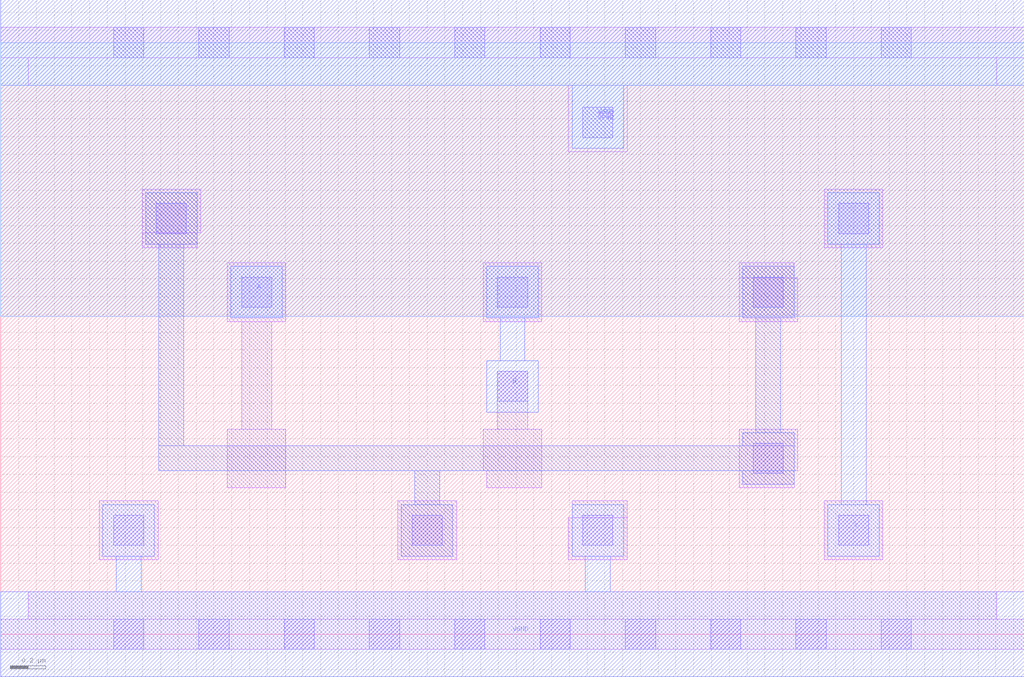
<source format=lef>
VERSION 5.7 ;
  NOWIREEXTENSIONATPIN ON ;
  DIVIDERCHAR "/" ;
  BUSBITCHARS "[]" ;
MACRO OR2X1
  CLASS CORE ;
  FOREIGN OR2X1 ;
  ORIGIN 0.000 0.000 ;
  SIZE 5.760 BY 3.330 ;
  SYMMETRY X Y ;
  SITE unit ;
  PIN A
    ANTENNAGATEAREA 0.189000 ;
    PORT
      LAYER met1 ;
        RECT 1.295 1.780 1.585 2.070 ;
    END
  END A
  PIN B
    ANTENNAGATEAREA 0.189000 ;
    PORT
      LAYER met1 ;
        RECT 2.735 1.780 3.025 2.070 ;
        RECT 2.810 1.540 2.950 1.780 ;
        RECT 2.735 1.250 3.025 1.540 ;
    END
  END B
  PIN VGND
    ANTENNADIFFAREA 0.914200 ;
    PORT
      LAYER met1 ;
        RECT 0.575 0.440 0.865 0.730 ;
        RECT 3.215 0.440 3.505 0.730 ;
        RECT 0.650 0.240 0.790 0.440 ;
        RECT 3.290 0.240 3.430 0.440 ;
        RECT 0.000 -0.240 5.760 0.240 ;
    END
    PORT
      LAYER met1 ;
        RECT 0.000 3.090 5.760 3.570 ;
        RECT 3.215 2.735 3.505 3.090 ;
    END
  END VGND
  PIN VPWR
    ANTENNADIFFAREA 1.083600 ;
    PORT
      LAYER li1 ;
        RECT 0.000 3.245 5.760 3.415 ;
        RECT 0.155 3.090 5.605 3.245 ;
        RECT 3.195 2.715 3.525 3.090 ;
      LAYER mcon ;
        RECT 0.635 3.245 0.805 3.415 ;
        RECT 1.115 3.245 1.285 3.415 ;
        RECT 1.595 3.245 1.765 3.415 ;
        RECT 2.075 3.245 2.245 3.415 ;
        RECT 2.555 3.245 2.725 3.415 ;
        RECT 3.035 3.245 3.205 3.415 ;
        RECT 3.515 3.245 3.685 3.415 ;
        RECT 3.995 3.245 4.165 3.415 ;
        RECT 4.475 3.245 4.645 3.415 ;
        RECT 4.955 3.245 5.125 3.415 ;
        RECT 3.275 2.795 3.445 2.965 ;
    END
  END VPWR
  PIN Y
    ANTENNADIFFAREA 1.031650 ;
    PORT
      LAYER met1 ;
        RECT 4.655 2.195 4.945 2.485 ;
        RECT 4.730 0.730 4.870 2.195 ;
        RECT 4.655 0.440 4.945 0.730 ;
    END
  END Y
  OBS
      LAYER nwell ;
        RECT 0.000 1.790 5.760 3.330 ;
      LAYER li1 ;
        RECT 0.795 2.260 1.125 2.505 ;
        RECT 0.795 2.175 1.105 2.260 ;
        RECT 4.635 2.175 4.965 2.505 ;
        RECT 1.275 1.760 1.605 2.090 ;
        RECT 2.715 1.760 3.045 2.090 ;
        RECT 4.155 2.005 4.465 2.090 ;
        RECT 4.155 1.760 4.485 2.005 ;
        RECT 1.355 1.155 1.525 1.760 ;
        RECT 2.795 1.155 2.965 1.480 ;
        RECT 1.275 0.825 1.605 1.155 ;
        RECT 2.715 0.920 3.045 1.155 ;
        RECT 2.735 0.825 3.045 0.920 ;
        RECT 4.155 0.920 4.485 1.155 ;
        RECT 4.155 0.825 4.465 0.920 ;
        RECT 0.555 0.420 0.885 0.750 ;
        RECT 2.235 0.420 2.565 0.750 ;
        RECT 3.215 0.655 3.525 0.750 ;
        RECT 3.195 0.420 3.525 0.655 ;
        RECT 4.635 0.420 4.965 0.750 ;
        RECT 0.155 0.085 5.605 0.240 ;
        RECT 0.000 -0.085 5.760 0.085 ;
      LAYER mcon ;
        RECT 0.875 2.255 1.045 2.425 ;
        RECT 4.715 2.255 4.885 2.425 ;
        RECT 1.355 1.840 1.525 2.010 ;
        RECT 2.795 1.840 2.965 2.010 ;
        RECT 4.235 1.840 4.405 2.010 ;
        RECT 2.795 1.310 2.965 1.480 ;
        RECT 4.235 0.905 4.405 1.075 ;
        RECT 0.635 0.500 0.805 0.670 ;
        RECT 2.315 0.500 2.485 0.670 ;
        RECT 3.275 0.500 3.445 0.670 ;
        RECT 4.715 0.500 4.885 0.670 ;
        RECT 0.635 -0.085 0.805 0.085 ;
        RECT 1.115 -0.085 1.285 0.085 ;
        RECT 1.595 -0.085 1.765 0.085 ;
        RECT 2.075 -0.085 2.245 0.085 ;
        RECT 2.555 -0.085 2.725 0.085 ;
        RECT 3.035 -0.085 3.205 0.085 ;
        RECT 3.515 -0.085 3.685 0.085 ;
        RECT 3.995 -0.085 4.165 0.085 ;
        RECT 4.475 -0.085 4.645 0.085 ;
        RECT 4.955 -0.085 5.125 0.085 ;
      LAYER met1 ;
        RECT 0.815 2.195 1.105 2.485 ;
        RECT 0.890 1.060 1.030 2.195 ;
        RECT 4.175 1.780 4.465 2.070 ;
        RECT 4.250 1.135 4.390 1.780 ;
        RECT 4.175 1.060 4.465 1.135 ;
        RECT 0.890 0.920 4.465 1.060 ;
        RECT 2.330 0.730 2.470 0.920 ;
        RECT 4.175 0.845 4.465 0.920 ;
        RECT 2.255 0.440 2.545 0.730 ;
  END
END OR2X1
END LIBRARY


</source>
